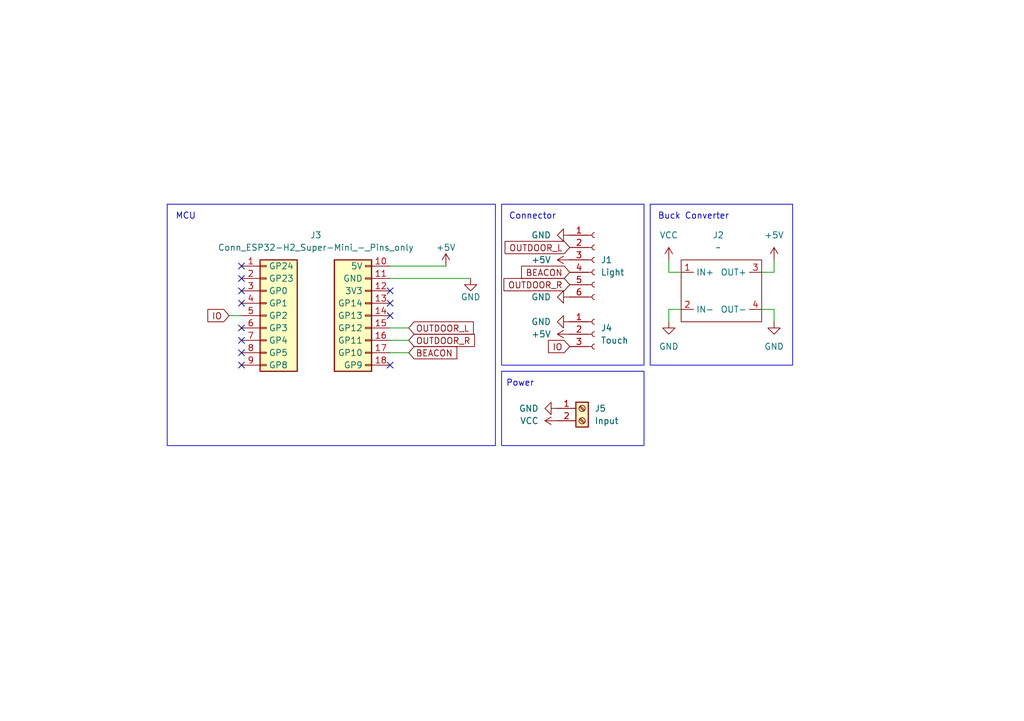
<source format=kicad_sch>
(kicad_sch (version 20250114) (generator "eeschema") (generator_version "9.0")
  (paper "A5")
  (title_block (title "Mole Beacon") (date "05.10.2025") (rev "2.0") (company "Peter Siegmund") (comment 1 "kicad@mars3142.org") (comment 2 "https://wiki.mars3142.dev/project/maerklin/warnemuende/lighthouse/start"))
  (lib_symbols
    (symbol "Connector:Conn_01x03_Socket" (pin_names (offset 1.016) (hide yes))
      (property "Reference" "J" (at 0 5.08 0))
      (property "Value" "Conn_01x03_Socket" (at 0 -5.08 0))
      (symbol "Conn_01x03_Socket_1_1"
        (polyline (pts (xy -1.27 2.54) (xy -0.508 2.54)) (stroke (width 0.1524)))
        (polyline (pts (xy -1.27 0) (xy -0.508 0)) (stroke (width 0.1524)))
        (polyline (pts (xy -1.27 -2.54) (xy -0.508 -2.54)) (stroke (width 0.1524)))
        (arc (start 0 2.032) (mid -0.5058 2.54) (end 0 3.048) (stroke (width 0.1524)))
        (arc (start 0 -0.508) (mid -0.5058 0) (end 0 0.508) (stroke (width 0.1524)))
        (arc (start 0 -3.048) (mid -0.5058 -2.54) (end 0 -2.032) (stroke (width 0.1524)))
        (pin passive line (at -5.08 2.54 0) (length 3.81) (name "Pin_1") (number "1"))
        (pin passive line (at -5.08 0 0) (length 3.81) (name "Pin_2") (number "2"))
        (pin passive line (at -5.08 -2.54 0) (length 3.81) (name "Pin_3") (number "3"))
      )
    )
    (symbol "Connector:Conn_01x06_Socket" (pin_names (offset 1.016) (hide yes))
      (property "Reference" "J" (at 0 7.62 0))
      (property "Value" "Conn_01x06_Socket" (at 0 -10.16 0))
      (symbol "Conn_01x06_Socket_1_1"
        (polyline (pts (xy -1.27 5.08) (xy -0.508 5.08)) (stroke (width 0.1524)))
        (polyline (pts (xy -1.27 2.54) (xy -0.508 2.54)) (stroke (width 0.1524)))
        (polyline (pts (xy -1.27 0) (xy -0.508 0)) (stroke (width 0.1524)))
        (polyline (pts (xy -1.27 -2.54) (xy -0.508 -2.54)) (stroke (width 0.1524)))
        (polyline (pts (xy -1.27 -5.08) (xy -0.508 -5.08)) (stroke (width 0.1524)))
        (polyline (pts (xy -1.27 -7.62) (xy -0.508 -7.62)) (stroke (width 0.1524)))
        (arc (start 0 4.572) (mid -0.5058 5.08) (end 0 5.588) (stroke (width 0.1524)))
        (arc (start 0 2.032) (mid -0.5058 2.54) (end 0 3.048) (stroke (width 0.1524)))
        (arc (start 0 -0.508) (mid -0.5058 0) (end 0 0.508) (stroke (width 0.1524)))
        (arc (start 0 -3.048) (mid -0.5058 -2.54) (end 0 -2.032) (stroke (width 0.1524)))
        (arc (start 0 -5.588) (mid -0.5058 -5.08) (end 0 -4.572) (stroke (width 0.1524)))
        (arc (start 0 -8.128) (mid -0.5058 -7.62) (end 0 -7.112) (stroke (width 0.1524)))
        (pin passive line (at -5.08 5.08 0) (length 3.81) (name "Pin_1") (number "1"))
        (pin passive line (at -5.08 2.54 0) (length 3.81) (name "Pin_2") (number "2"))
        (pin passive line (at -5.08 0 0) (length 3.81) (name "Pin_3") (number "3"))
        (pin passive line (at -5.08 -2.54 0) (length 3.81) (name "Pin_4") (number "4"))
        (pin passive line (at -5.08 -5.08 0) (length 3.81) (name "Pin_5") (number "5"))
        (pin passive line (at -5.08 -7.62 0) (length 3.81) (name "Pin_6") (number "6"))
      )
    )
    (symbol "Connector:Screw_Terminal_01x02" (pin_names (offset 1.016) (hide yes))
      (property "Reference" "J" (at 0 2.54 0))
      (property "Value" "Screw_Terminal_01x02" (at 0 -5.08 0))
      (symbol "Screw_Terminal_01x02_1_1"
        (rectangle (start -1.27 1.27) (end 1.27 -3.81) (stroke (width 0.254)) (fill (type background)))
        (polyline (pts (xy -0.5334 0.3302) (xy 0.3302 -0.508)) (stroke (width 0.1524)))
        (polyline (pts (xy -0.5334 -2.2098) (xy 0.3302 -3.048)) (stroke (width 0.1524)))
        (polyline (pts (xy -0.3556 0.508) (xy 0.508 -0.3302)) (stroke (width 0.1524)))
        (polyline (pts (xy -0.3556 -2.032) (xy 0.508 -2.8702)) (stroke (width 0.1524)))
        (circle (center 0 0) (radius 0.635) (stroke (width 0.1524)))
        (circle (center 0 -2.54) (radius 0.635) (stroke (width 0.1524)))
        (pin passive line (at -5.08 0 0) (length 3.81) (name "Pin_1") (number "1"))
        (pin passive line (at -5.08 -2.54 0) (length 3.81) (name "Pin_2") (number "2"))
      )
    )
    (symbol "aliexpress:Buck_Converter"
      (property "Reference" "J" (at 0 0 0))
      (symbol "Buck_Converter_0_1"
        (rectangle (start -7.62 6.35) (end 8.89 -6.35))
      )
      (symbol "Buck_Converter_1_1"
        (pin passive line (at -7.62 3.81 0) (length 2.54) (name "IN+") (number "1"))
        (pin passive line (at -7.62 -3.81 0) (length 2.54) (name "IN-") (number "2"))
        (pin passive line (at 8.89 3.81 180) (length 2.54) (name "OUT+") (number "3"))
        (pin passive line (at 8.89 -3.81 180) (length 2.54) (name "OUT-") (number "4"))
      )
    )
    (symbol "power:+5V" (power) (pin_numbers (hide yes)) (pin_names (offset 0) (hide yes))
      (property "Value" "+5V" (at 0 3.556 0))
      (symbol "+5V_0_1"
        (polyline (pts (xy -0.762 1.27) (xy 0 2.54)))
        (polyline (pts (xy 0 2.54) (xy 0.762 1.27)))
        (polyline (pts (xy 0 0) (xy 0 2.54)))
      )
      (symbol "+5V_1_1"
        (pin power_in line (at 0 0 90) (length 0) (name "~") (number "1"))
      )
    )
    (symbol "power:GND" (power) (pin_numbers (hide yes)) (pin_names (offset 0) (hide yes))
      (property "Value" "GND" (at 0 -3.81 0))
      (symbol "GND_0_1"
        (polyline (pts (xy 0 0) (xy 0 -1.27) (xy 1.27 -1.27) (xy 0 -2.54) (xy -1.27 -1.27) (xy 0 -1.27)))
      )
      (symbol "GND_1_1"
        (pin power_in line (at 0 0 270) (length 0) (name "~") (number "1"))
      )
    )
    (symbol "power:VCC" (power) (pin_numbers (hide yes)) (pin_names (offset 0) (hide yes))
      (property "Value" "VCC" (at 0 3.556 0))
      (symbol "VCC_0_1"
        (polyline (pts (xy -0.762 1.27) (xy 0 2.54)))
        (polyline (pts (xy 0 2.54) (xy 0.762 1.27)))
        (polyline (pts (xy 0 0) (xy 0 2.54)))
      )
      (symbol "VCC_1_1"
        (pin power_in line (at 0 0 90) (length 0) (name "~") (number "1"))
      )
    )
    (symbol "wemos:Conn_ESP32-H2_Super-Mini_-_Pins_only" (pin_names (offset 1.778))
      (property "Reference" "J" (at 0 10.668 0))
      (property "Value" "Conn_ESP32-H2_Super-Mini_-_Pins_only" (at 0.762 -15.494 0))
      (symbol "Conn_ESP32-H2_Super-Mini_-_Pins_only_1_1"
        (rectangle (start -11.43 8.89) (end -3.81 -13.97) (stroke (width 0.254)) (fill (type background)))
        (rectangle (start -11.43 7.747) (end -10.16 7.493) (stroke (width 0.1524)))
        (rectangle (start -11.43 5.207) (end -10.16 4.953) (stroke (width 0.1524)))
        (rectangle (start -11.43 2.667) (end -10.16 2.413) (stroke (width 0.1524)))
        (rectangle (start -11.43 0.127) (end -10.16 -0.127) (stroke (width 0.1524)))
        (rectangle (start -11.43 -2.413) (end -10.16 -2.667) (stroke (width 0.1524)))
        (rectangle (start -11.43 -4.953) (end -10.16 -5.207) (stroke (width 0.1524)))
        (rectangle (start -11.43 -7.493) (end -10.16 -7.747) (stroke (width 0.1524)))
        (rectangle (start -11.43 -10.033) (end -10.16 -10.287) (stroke (width 0.1524)))
        (rectangle (start -11.43 -12.573) (end -10.16 -12.827) (stroke (width 0.1524)))
        (rectangle (start 3.81 8.89) (end 11.43 -13.97) (stroke (width 0.254)) (fill (type background)))
        (rectangle (start 10.16 -10.033) (end 11.43 -10.287) (stroke (width 0.1524)))
        (rectangle (start 10.16 -12.573) (end 11.43 -12.827) (stroke (width 0.1524)))
        (rectangle (start 11.43 7.747) (end 10.16 7.493) (stroke (width 0.1524)))
        (rectangle (start 11.43 5.207) (end 10.16 4.953) (stroke (width 0.1524)))
        (rectangle (start 11.43 2.667) (end 10.16 2.413) (stroke (width 0.1524)))
        (rectangle (start 11.43 0.127) (end 10.16 -0.127) (stroke (width 0.1524)))
        (rectangle (start 11.43 -2.413) (end 10.16 -2.667) (stroke (width 0.1524)))
        (rectangle (start 11.43 -4.953) (end 10.16 -5.207) (stroke (width 0.1524)))
        (rectangle (start 11.43 -7.493) (end 10.16 -7.747) (stroke (width 0.1524)))
        (pin passive line (at -15.24 7.62 0) (length 3.81) (name "GP24") (number "1"))
        (pin passive line (at -15.24 5.08 0) (length 3.81) (name "GP23") (number "2"))
        (pin passive line (at -15.24 2.54 0) (length 3.81) (name "GP0") (number "3"))
        (pin passive line (at -15.24 0 0) (length 3.81) (name "GP1") (number "4"))
        (pin passive line (at -15.24 -2.54 0) (length 3.81) (name "GP2") (number "5"))
        (pin passive line (at -15.24 -5.08 0) (length 3.81) (name "GP3") (number "6"))
        (pin passive line (at -15.24 -7.62 0) (length 3.81) (name "GP4") (number "7"))
        (pin passive line (at -15.24 -10.16 0) (length 3.81) (name "GP5") (number "8"))
        (pin passive line (at -15.24 -12.7 0) (length 3.81) (name "GP8") (number "9"))
        (pin passive line (at 15.24 7.62 180) (length 3.81) (name "5V") (number "10"))
        (pin passive line (at 15.24 5.08 180) (length 3.81) (name "GND") (number "11"))
        (pin passive line (at 15.24 2.54 180) (length 3.81) (name "3V3") (number "12"))
        (pin passive line (at 15.24 0 180) (length 3.81) (name "GP14") (number "13"))
        (pin passive line (at 15.24 -2.54 180) (length 3.81) (name "GP13") (number "14"))
        (pin passive line (at 15.24 -5.08 180) (length 3.81) (name "GP12") (number "15"))
        (pin passive line (at 15.24 -7.62 180) (length 3.81) (name "GP11") (number "16"))
        (pin passive line (at 15.24 -10.16 180) (length 3.81) (name "GP10") (number "17"))
        (pin passive line (at 15.24 -12.7 180) (length 3.81) (name "GP9") (number "18"))
      )
    )
  )
  (rectangle (start 102.87 76.2) (end 132.08 91.44))
  (rectangle (start 102.87 41.91) (end 132.08 74.93))
  (rectangle (start 34.29 41.91) (end 101.6 91.44))
  (rectangle (start 133.35 41.91) (end 162.56 74.93))
  (text "Connector" (at 109.22 44.45 0) (effects (font (size 1.27 1.27))))
  (text "Power" (at 106.68 78.74 0) (effects (font (size 1.27 1.27))))
  (text "Buck Converter" (at 142.24 44.45 0) (effects (font (size 1.27 1.27))))
  (text "MCU" (at 38.1 44.45 0) (effects (font (size 1.27 1.27))))
  (no_connect (at 80.01 59.69))
  (no_connect (at 80.01 74.93))
  (no_connect (at 49.53 74.93))
  (no_connect (at 49.53 62.23))
  (no_connect (at 80.01 62.23))
  (no_connect (at 49.53 59.69))
  (no_connect (at 49.53 57.15))
  (no_connect (at 49.53 67.31))
  (no_connect (at 49.53 54.61))
  (no_connect (at 49.53 69.85))
  (no_connect (at 80.01 64.77))
  (no_connect (at 49.53 72.39))
  (wire (pts (xy 80.01 54.61) (xy 91.44 54.61)))
  (wire (pts (xy 46.99 64.77) (xy 49.53 64.77)))
  (wire (pts (xy 158.75 55.88) (xy 158.75 53.34)))
  (wire (pts (xy 156.21 63.5) (xy 158.75 63.5)))
  (wire (pts (xy 156.21 55.88) (xy 158.75 55.88)))
  (wire (pts (xy 80.01 57.15) (xy 96.52 57.15)))
  (wire (pts (xy 137.16 63.5) (xy 139.7 63.5)))
  (wire (pts (xy 83.82 72.39) (xy 80.01 72.39)))
  (wire (pts (xy 83.82 67.31) (xy 80.01 67.31)))
  (wire (pts (xy 83.82 69.85) (xy 80.01 69.85)))
  (wire (pts (xy 137.16 55.88) (xy 139.7 55.88)))
  (wire (pts (xy 137.16 66.04) (xy 137.16 63.5)))
  (wire (pts (xy 158.75 63.5) (xy 158.75 66.04)))
  (wire (pts (xy 137.16 53.34) (xy 137.16 55.88)))
  (global_label "OUTDOOR_L" (shape input) (at 83.82 67.31 0) (property "Intersheetrefs" "${INTERSHEET_REFS}" (effects (hide yes))))
  (global_label "BEACON" (shape input) (at 83.82 72.39 0) (property "Intersheetrefs" "${INTERSHEET_REFS}" (effects (hide yes))))
  (global_label "IO" (shape input) (at 116.84 71.12 180) (property "Intersheetrefs" "${INTERSHEET_REFS}" (effects (hide yes))))
  (global_label "IO" (shape input) (at 46.99 64.77 180) (property "Intersheetrefs" "${INTERSHEET_REFS}" (effects (hide yes))))
  (global_label "BEACON" (shape input) (at 116.84 55.88 180) (property "Intersheetrefs" "${INTERSHEET_REFS}" (effects (hide yes))))
  (global_label "OUTDOOR_R" (shape input) (at 83.82 69.85 0) (property "Intersheetrefs" "${INTERSHEET_REFS}" (effects (hide yes))))
  (global_label "OUTDOOR_R" (shape input) (at 116.84 58.42 180) (property "Intersheetrefs" "${INTERSHEET_REFS}" (effects (hide yes))))
  (global_label "OUTDOOR_L" (shape input) (at 116.84 50.8 180) (property "Intersheetrefs" "${INTERSHEET_REFS}" (effects (hide yes))))
  (symbol (lib_id "power:VCC") (at 137.16 53.34 0) (unit 1)
    (property "Reference" "#PWR03" (effects (hide yes)))
    (property "Value" "VCC" (at 137.16 48.26 0))
    (property "Description" "Power symbol creates a global label with name \"VCC\"" (effects (hide yes)))
  )
  (symbol (lib_id "power:+5V") (at 158.75 53.34 0) (unit 1)
    (property "Reference" "#PWR04" (effects (hide yes)))
    (property "Value" "+5V" (at 158.75 48.26 0))
    (property "Description" "Power symbol creates a global label with name \"+5V\"" (effects (hide yes)))
  )
  (symbol (lib_id "power:GND") (at 96.52 57.15 0) (unit 1)
    (property "Reference" "#PWR06" (effects (hide yes)))
    (property "Value" "GND" (at 96.52 60.96 0))
    (property "Description" "Power symbol creates a global label with name \"GND\" , ground" (effects (hide yes)))
  )
  (symbol (lib_id "Connector:Conn_01x06_Socket") (at 121.92 53.34 0) (unit 1)
    (property "Reference" "J1" (at 123.19 53.3399 0) (effects (justify left)))
    (property "Value" "Light" (at 123.19 55.8799 0) (effects (justify left)))
    (property "Footprint" "Connector_JST:JST_PH_S4B-PH-K_1x06_P2.00mm_Horizontal" (effects (hide yes)))
    (property "Description" "Generic connector, single row, 01x06, script generated" (effects (hide yes)))
  )
  (symbol (lib_id "power:+5V") (at 116.84 53.34 90) (unit 1)
    (property "Reference" "#PWR02" (effects (hide yes)))
    (property "Value" "+5V" (at 113.03 53.3399 90) (effects (justify left)))
    (property "Description" "Power symbol creates a global label with name \"+5V\"" (effects (hide yes)))
  )
  (symbol (lib_id "Connector:Screw_Terminal_01x02") (at 119.38 83.82 0) (unit 1)
    (property "Reference" "J5" (at 121.92 83.8199 0) (effects (justify left)))
    (property "Value" "Input" (at 121.92 86.3599 0) (effects (justify left)))
    (property "Footprint" "TerminalBlock_Phoenix:TerminalBlock_Phoenix_MKDS-1,5-2_1x02_P5.00mm_Horizontal" (effects (hide yes)))
    (property "Description" "Generic screw terminal, single row, 01x02, script generated (kicad-library-utils/schlib/autogen/connector/)" (effects (hide yes)))
  )
  (symbol (lib_id "aliexpress:Buck_Converter") (at 147.32 59.69 0) (unit 1)
    (property "Reference" "J2" (at 147.32 48.26 0))
    (property "Value" "~" (at 147.32 50.8 0))
    (property "Footprint" "aliexpress:Buck Converter (30V to 5V)" (effects (hide yes)))
  )
  (symbol (lib_id "power:GND") (at 116.84 66.04 270) (unit 1)
    (property "Reference" "#PWR08" (effects (hide yes)))
    (property "Value" "GND" (at 113.03 66.0399 90) (effects (justify right)))
    (property "Description" "Power symbol creates a global label with name \"GND\" , ground" (effects (hide yes)))
  )
  (symbol (lib_id "power:+5V") (at 91.44 54.61 0) (unit 1)
    (property "Reference" "#PWR05" (effects (hide yes)))
    (property "Value" "+5V" (at 91.44 50.8 0))
    (property "Description" "Power symbol creates a global label with name \"+5V\"" (effects (hide yes)))
  )
  (symbol (lib_id "power:+5V") (at 116.84 68.58 90) (unit 1)
    (property "Reference" "#PWR011" (effects (hide yes)))
    (property "Value" "+5V" (at 113.03 68.5799 90) (effects (justify left)))
    (property "Description" "Power symbol creates a global label with name \"+5V\"" (effects (hide yes)))
  )
  (symbol (lib_id "power:+5V") (at 114.3 86.36 90) (unit 1)
    (property "Reference" "#PWR013" (effects (hide yes)))
    (property "Value" "VCC" (at 110.49 86.36 90) (effects (justify left)))
    (property "Description" "Power symbol creates a global label with name \"+5V\"" (effects (hide yes)))
  )
  (symbol (lib_id "power:GND") (at 137.16 66.04 0) (unit 1)
    (property "Reference" "#PWR09" (effects (hide yes)))
    (property "Value" "GND" (at 137.16 71.12 0))
    (property "Description" "Power symbol creates a global label with name \"GND\" , ground" (effects (hide yes)))
  )
  (symbol (lib_id "power:GND") (at 114.3 83.82 270) (unit 1)
    (property "Reference" "#PWR012" (effects (hide yes)))
    (property "Value" "GND" (at 110.49 83.82 90) (effects (justify right)))
    (property "Description" "Power symbol creates a global label with name \"GND\" , ground" (effects (hide yes)))
  )
  (symbol (lib_id "power:GND") (at 158.75 66.04 0) (unit 1)
    (property "Reference" "#PWR010" (effects (hide yes)))
    (property "Value" "GND" (at 158.75 71.12 0))
    (property "Description" "Power symbol creates a global label with name \"GND\" , ground" (effects (hide yes)))
  )
  (symbol (lib_id "wemos:Conn_ESP32-H2_Super-Mini_-_Pins_only") (at 64.77 62.23 0) (unit 1)
    (property "Reference" "J3" (at 64.77 48.26 0))
    (property "Value" "Conn_ESP32-H2_Super-Mini_-_Pins_only" (at 64.77 50.8 0))
    (property "Footprint" "wemos:PinSocket_S3 Zero" (effects (hide yes)))
    (property "Description" "Connector for ESP32H2 Zero (Pins only)" (effects (hide yes)))
  )
  (symbol (lib_id "Connector:Conn_01x03_Socket") (at 121.92 68.58 0) (unit 1)
    (property "Reference" "J4" (at 123.19 67.3099 0) (effects (justify left)))
    (property "Value" "Touch" (at 123.19 69.8499 0) (effects (justify left)))
    (property "Footprint" "Connector_PinSocket_2.54mm:PinSocket_1x03_P2.54mm_Vertical" (effects (hide yes)))
    (property "Description" "Generic connector, single row, 01x03, script generated" (effects (hide yes)))
  )
  (symbol (lib_id "power:GND") (at 116.84 60.96 270) (unit 1)
    (property "Reference" "#PWR07" (effects (hide yes)))
    (property "Value" "GND" (at 113.03 60.9599 90) (effects (justify right)))
    (property "Description" "Power symbol creates a global label with name \"GND\" , ground" (effects (hide yes)))
  )
  (symbol (lib_id "power:GND") (at 116.84 48.26 270) (unit 1)
    (property "Reference" "#PWR01" (effects (hide yes)))
    (property "Value" "GND" (at 113.03 48.2599 90) (effects (justify right)))
    (property "Description" "Power symbol creates a global label with name \"GND\" , ground" (effects (hide yes)))
  )
)
</source>
